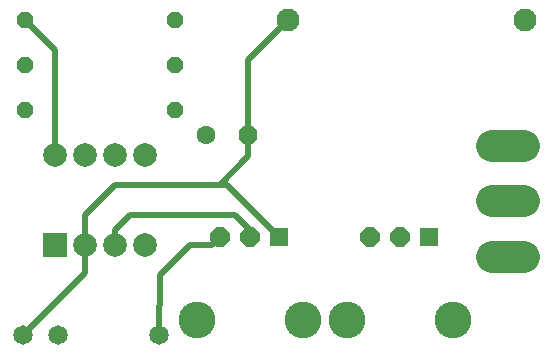
<source format=gbr>
G04 EAGLE Gerber RS-274X export*
G75*
%MOMM*%
%FSLAX34Y34*%
%LPD*%
%INBottom Copper*%
%IPPOS*%
%AMOC8*
5,1,8,0,0,1.08239X$1,22.5*%
G01*
%ADD10C,1.950000*%
%ADD11P,1.732040X8X22.500000*%
%ADD12C,1.600200*%
%ADD13P,1.429621X8X22.500000*%
%ADD14R,2.000000X2.000000*%
%ADD15C,2.000000*%
%ADD16C,1.650000*%
%ADD17R,1.650000X1.650000*%
%ADD18P,1.785944X8X112.500000*%
%ADD19C,3.116000*%
%ADD20C,2.705100*%
%ADD21C,0.508000*%


D10*
X248700Y317500D03*
X448700Y317500D03*
D11*
X214630Y219710D03*
D12*
X179070Y219710D03*
D13*
X25400Y241300D03*
X152400Y241300D03*
D14*
X50800Y127000D03*
D15*
X76200Y127000D03*
X101600Y127000D03*
X127000Y127000D03*
X127000Y203200D03*
X101600Y203200D03*
X76200Y203200D03*
X50800Y203200D03*
D16*
X138900Y50800D03*
X53900Y50800D03*
X23900Y50800D03*
D17*
X367900Y133500D03*
D18*
X342900Y133500D03*
X317900Y133500D03*
D19*
X297900Y63500D03*
X387900Y63500D03*
D20*
X420815Y116840D02*
X447866Y116840D01*
X447866Y163830D02*
X420815Y163830D01*
X420815Y210820D02*
X447866Y210820D01*
D13*
X25400Y279400D03*
X152400Y279400D03*
X25400Y317500D03*
X152400Y317500D03*
D17*
X240900Y133500D03*
D18*
X215900Y133500D03*
X190900Y133500D03*
D19*
X170900Y63500D03*
X260900Y63500D03*
D21*
X76200Y127000D02*
X76200Y152400D01*
X101600Y177800D02*
X190500Y177800D01*
X76200Y127000D02*
X76200Y103100D01*
X23900Y50800D01*
X76200Y152400D02*
X101600Y177800D01*
X214630Y201930D02*
X214630Y219710D01*
X214630Y201930D02*
X190500Y177800D01*
X214630Y283430D02*
X248700Y317500D01*
X214630Y283430D02*
X214630Y219710D01*
X196600Y177800D02*
X240900Y133500D01*
X196600Y177800D02*
X190500Y177800D01*
X101600Y139700D02*
X101600Y127000D01*
X101600Y139700D02*
X114300Y152400D01*
X203200Y152400D01*
X215900Y139700D01*
X215900Y133500D01*
X50800Y292100D02*
X25400Y317500D01*
X50800Y292100D02*
X50800Y203200D01*
X138900Y75400D02*
X138900Y50800D01*
X184400Y127000D02*
X190900Y133500D01*
X184400Y127000D02*
X165100Y127000D01*
X139700Y101600D01*
X139700Y76200D01*
X138900Y75400D01*
M02*

</source>
